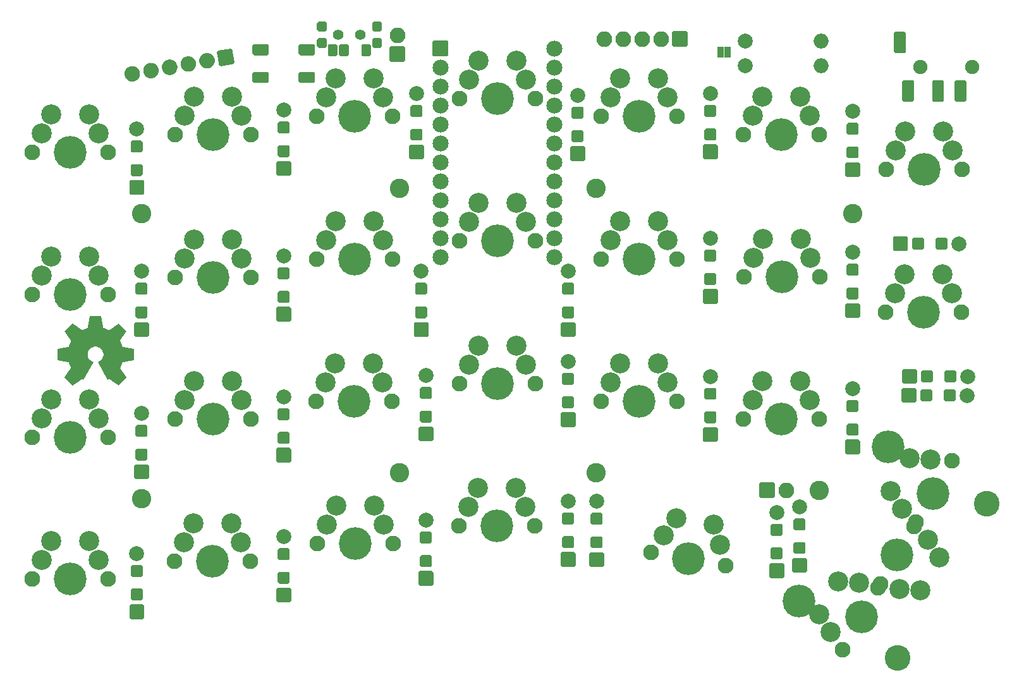
<source format=gbr>
%TF.GenerationSoftware,KiCad,Pcbnew,(5.1.10)-1*%
%TF.CreationDate,2021-10-25T17:00:00-06:00*%
%TF.ProjectId,ErgoTravel,4572676f-5472-4617-9665-6c2e6b696361,rev?*%
%TF.SameCoordinates,Original*%
%TF.FileFunction,Soldermask,Top*%
%TF.FilePolarity,Negative*%
%FSLAX46Y46*%
G04 Gerber Fmt 4.6, Leading zero omitted, Abs format (unit mm)*
G04 Created by KiCad (PCBNEW (5.1.10)-1) date 2021-10-25 17:00:00*
%MOMM*%
%LPD*%
G01*
G04 APERTURE LIST*
%ADD10C,2.101800*%
%ADD11C,2.686000*%
%ADD12C,4.387800*%
%ADD13C,3.448000*%
%ADD14C,2.000000*%
%ADD15C,1.900000*%
%ADD16C,2.152600*%
%ADD17O,2.000000X2.000000*%
%ADD18C,2.600000*%
%ADD19O,2.100000X2.100000*%
%ADD20C,0.100000*%
%ADD21C,1.400000*%
G04 APERTURE END LIST*
D10*
%TO.C,K25*%
X197725698Y-113479428D03*
X192645698Y-122278246D03*
D11*
X199290403Y-115849280D03*
D12*
X195185698Y-117878837D03*
D11*
X198315107Y-122618542D03*
X200855107Y-118219132D03*
X195480403Y-122448394D03*
%TD*%
D13*
%TO.C,H1*%
X207184885Y-111065635D03*
X195284885Y-131677039D03*
D12*
X193986658Y-103445635D03*
X182086658Y-124057039D03*
%TD*%
D10*
%TO.C,K28*%
X197428008Y-114074808D03*
X202508008Y-105275990D03*
D11*
X195863303Y-111704956D03*
D12*
X199968008Y-109675399D03*
D11*
X196838599Y-104935694D03*
X194298599Y-109335104D03*
X199673303Y-105105842D03*
%TD*%
D10*
%TO.C,K27*%
X193657844Y-85377492D03*
X203817844Y-85377492D03*
D11*
X194927844Y-82837492D03*
D12*
X198737844Y-85377492D03*
D11*
X201277844Y-80297492D03*
X196197844Y-80297492D03*
X202547844Y-82837492D03*
%TD*%
D10*
%TO.C,K26*%
X193697978Y-66292754D03*
X203857978Y-66292754D03*
D11*
X194967978Y-63752754D03*
D12*
X198777978Y-66292754D03*
D11*
X201317978Y-61212754D03*
X196237978Y-61212754D03*
X202587978Y-63752754D03*
%TD*%
D10*
%TO.C,K24*%
X187862524Y-130619969D03*
X192942524Y-121821151D03*
D11*
X186297819Y-128250117D03*
D12*
X190402524Y-126220560D03*
D11*
X187273115Y-121480855D03*
X184733115Y-125880265D03*
X190107819Y-121651003D03*
%TD*%
D10*
%TO.C,K23*%
X174605684Y-99666612D03*
X184765684Y-99666612D03*
D11*
X175875684Y-97126612D03*
D12*
X179685684Y-99666612D03*
D11*
X182225684Y-94586612D03*
X177145684Y-94586612D03*
X183495684Y-97126612D03*
%TD*%
D10*
%TO.C,K22*%
X174665222Y-80673990D03*
X184825222Y-80673990D03*
D11*
X175935222Y-78133990D03*
D12*
X179745222Y-80673990D03*
D11*
X182285222Y-75593990D03*
X177205222Y-75593990D03*
X183555222Y-78133990D03*
%TD*%
D10*
%TO.C,K21*%
X174605684Y-61562292D03*
X184765684Y-61562292D03*
D11*
X175875684Y-59022292D03*
D12*
X179685684Y-61562292D03*
D11*
X182225684Y-56482292D03*
X177145684Y-56482292D03*
X183495684Y-59022292D03*
%TD*%
D10*
%TO.C,K20*%
X162239419Y-117538949D03*
X172245065Y-119303215D03*
D11*
X163931191Y-115258071D03*
D12*
X167242242Y-118421082D03*
D11*
X170625786Y-113859325D03*
X165622963Y-112977192D03*
X171435426Y-116581270D03*
%TD*%
D10*
%TO.C,K19*%
X155553524Y-97285092D03*
X165713524Y-97285092D03*
D11*
X156823524Y-94745092D03*
D12*
X160633524Y-97285092D03*
D11*
X163173524Y-92205092D03*
X158093524Y-92205092D03*
X164443524Y-94745092D03*
%TD*%
D10*
%TO.C,K18*%
X155553524Y-78292470D03*
X165713524Y-78292470D03*
D11*
X156823524Y-75752470D03*
D12*
X160633524Y-78292470D03*
D11*
X163173524Y-73212470D03*
X158093524Y-73212470D03*
X164443524Y-75752470D03*
%TD*%
D10*
%TO.C,K17*%
X155553524Y-59180772D03*
X165713524Y-59180772D03*
D11*
X156823524Y-56640772D03*
D12*
X160633524Y-59180772D03*
D11*
X163173524Y-54100772D03*
X158093524Y-54100772D03*
X164443524Y-56640772D03*
%TD*%
D10*
%TO.C,K16*%
X136501364Y-114015270D03*
X146661364Y-114015270D03*
D11*
X137771364Y-111475270D03*
D12*
X141581364Y-114015270D03*
D11*
X144121364Y-108935270D03*
X139041364Y-108935270D03*
X145391364Y-111475270D03*
%TD*%
D10*
%TO.C,K15*%
X136560902Y-94963110D03*
X146720902Y-94963110D03*
D11*
X137830902Y-92423110D03*
D12*
X141640902Y-94963110D03*
D11*
X144180902Y-89883110D03*
X139100902Y-89883110D03*
X145450902Y-92423110D03*
%TD*%
D10*
%TO.C,K14*%
X136541632Y-75851412D03*
X146701632Y-75851412D03*
D11*
X137811632Y-73311412D03*
D12*
X141621632Y-75851412D03*
D11*
X144161632Y-70771412D03*
X139081632Y-70771412D03*
X145431632Y-73311412D03*
%TD*%
D10*
%TO.C,K13*%
X136580172Y-56799252D03*
X146740172Y-56799252D03*
D11*
X137850172Y-54259252D03*
D12*
X141660172Y-56799252D03*
D11*
X144200172Y-51719252D03*
X139120172Y-51719252D03*
X145470172Y-54259252D03*
%TD*%
D10*
%TO.C,K12*%
X117489472Y-116396790D03*
X127649472Y-116396790D03*
D11*
X118759472Y-113856790D03*
D12*
X122569472Y-116396790D03*
D11*
X125109472Y-111316790D03*
X120029472Y-111316790D03*
X126379472Y-113856790D03*
%TD*%
D10*
%TO.C,K11*%
X117389666Y-97285092D03*
X127549666Y-97285092D03*
D11*
X118659666Y-94745092D03*
D12*
X122469666Y-97285092D03*
D11*
X125009666Y-92205092D03*
X119929666Y-92205092D03*
X126279666Y-94745092D03*
%TD*%
D10*
%TO.C,K10*%
X117449204Y-78292470D03*
X127609204Y-78292470D03*
D11*
X118719204Y-75752470D03*
D12*
X122529204Y-78292470D03*
D11*
X125069204Y-73212470D03*
X119989204Y-73212470D03*
X126339204Y-75752470D03*
%TD*%
D10*
%TO.C,K9*%
X117449204Y-59121234D03*
X127609204Y-59121234D03*
D11*
X118719204Y-56581234D03*
D12*
X122529204Y-59121234D03*
D11*
X125069204Y-54041234D03*
X119989204Y-54041234D03*
X126339204Y-56581234D03*
%TD*%
D10*
%TO.C,K8*%
X98397044Y-118778310D03*
X108557044Y-118778310D03*
D11*
X99667044Y-116238310D03*
D12*
X103477044Y-118778310D03*
D11*
X106017044Y-113698310D03*
X100937044Y-113698310D03*
X107287044Y-116238310D03*
%TD*%
D10*
%TO.C,K7*%
X98456582Y-99666612D03*
X108616582Y-99666612D03*
D11*
X99726582Y-97126612D03*
D12*
X103536582Y-99666612D03*
D11*
X106076582Y-94586612D03*
X100996582Y-94586612D03*
X107346582Y-97126612D03*
%TD*%
D10*
%TO.C,K6*%
X98456582Y-80733528D03*
X108616582Y-80733528D03*
D11*
X99726582Y-78193528D03*
D12*
X103536582Y-80733528D03*
D11*
X106076582Y-75653528D03*
X100996582Y-75653528D03*
X107346582Y-78193528D03*
%TD*%
D10*
%TO.C,K5*%
X98456582Y-61621830D03*
X108616582Y-61621830D03*
D11*
X99726582Y-59081830D03*
D12*
X103536582Y-61621830D03*
D11*
X106076582Y-56541830D03*
X100996582Y-56541830D03*
X107346582Y-59081830D03*
%TD*%
D10*
%TO.C,K4*%
X79344884Y-121100292D03*
X89504884Y-121100292D03*
D11*
X80614884Y-118560292D03*
D12*
X84424884Y-121100292D03*
D11*
X86964884Y-116020292D03*
X81884884Y-116020292D03*
X88234884Y-118560292D03*
%TD*%
D10*
%TO.C,K3*%
X79344884Y-102107670D03*
X89504884Y-102107670D03*
D11*
X80614884Y-99567670D03*
D12*
X84424884Y-102107670D03*
D11*
X86964884Y-97027670D03*
X81884884Y-97027670D03*
X88234884Y-99567670D03*
%TD*%
D10*
%TO.C,K2*%
X79344884Y-83055510D03*
X89504884Y-83055510D03*
D11*
X80614884Y-80515510D03*
D12*
X84424884Y-83055510D03*
D11*
X86964884Y-77975510D03*
X81884884Y-77975510D03*
X88234884Y-80515510D03*
%TD*%
D10*
%TO.C,K1*%
X79364288Y-63943812D03*
X89524288Y-63943812D03*
D11*
X80634288Y-61403812D03*
D12*
X84444288Y-63943812D03*
D11*
X86984288Y-58863812D03*
X81904288Y-58863812D03*
X88254288Y-61403812D03*
%TD*%
%TO.C,D1*%
G36*
G01*
X93945000Y-63995000D02*
X92745000Y-63995000D01*
G75*
G02*
X92545000Y-63795000I0J200000D01*
G01*
X92545000Y-62595000D01*
G75*
G02*
X92745000Y-62395000I200000J0D01*
G01*
X93945000Y-62395000D01*
G75*
G02*
X94145000Y-62595000I0J-200000D01*
G01*
X94145000Y-63795000D01*
G75*
G02*
X93945000Y-63995000I-200000J0D01*
G01*
G37*
G36*
G01*
X93945000Y-67145000D02*
X92745000Y-67145000D01*
G75*
G02*
X92545000Y-66945000I0J200000D01*
G01*
X92545000Y-65745000D01*
G75*
G02*
X92745000Y-65545000I200000J0D01*
G01*
X93945000Y-65545000D01*
G75*
G02*
X94145000Y-65745000I0J-200000D01*
G01*
X94145000Y-66945000D01*
G75*
G02*
X93945000Y-67145000I-200000J0D01*
G01*
G37*
G36*
G01*
X94145000Y-69670000D02*
X92545000Y-69670000D01*
G75*
G02*
X92345000Y-69470000I0J200000D01*
G01*
X92345000Y-67870000D01*
G75*
G02*
X92545000Y-67670000I200000J0D01*
G01*
X94145000Y-67670000D01*
G75*
G02*
X94345000Y-67870000I0J-200000D01*
G01*
X94345000Y-69470000D01*
G75*
G02*
X94145000Y-69670000I-200000J0D01*
G01*
G37*
D14*
X93345000Y-60870000D03*
%TD*%
%TO.C,D2*%
G36*
G01*
X94580000Y-83045000D02*
X93380000Y-83045000D01*
G75*
G02*
X93180000Y-82845000I0J200000D01*
G01*
X93180000Y-81645000D01*
G75*
G02*
X93380000Y-81445000I200000J0D01*
G01*
X94580000Y-81445000D01*
G75*
G02*
X94780000Y-81645000I0J-200000D01*
G01*
X94780000Y-82845000D01*
G75*
G02*
X94580000Y-83045000I-200000J0D01*
G01*
G37*
G36*
G01*
X94580000Y-86195000D02*
X93380000Y-86195000D01*
G75*
G02*
X93180000Y-85995000I0J200000D01*
G01*
X93180000Y-84795000D01*
G75*
G02*
X93380000Y-84595000I200000J0D01*
G01*
X94580000Y-84595000D01*
G75*
G02*
X94780000Y-84795000I0J-200000D01*
G01*
X94780000Y-85995000D01*
G75*
G02*
X94580000Y-86195000I-200000J0D01*
G01*
G37*
G36*
G01*
X94780000Y-88720000D02*
X93180000Y-88720000D01*
G75*
G02*
X92980000Y-88520000I0J200000D01*
G01*
X92980000Y-86920000D01*
G75*
G02*
X93180000Y-86720000I200000J0D01*
G01*
X94780000Y-86720000D01*
G75*
G02*
X94980000Y-86920000I0J-200000D01*
G01*
X94980000Y-88520000D01*
G75*
G02*
X94780000Y-88720000I-200000J0D01*
G01*
G37*
X93980000Y-79920000D03*
%TD*%
%TO.C,D3*%
G36*
G01*
X94580000Y-102095000D02*
X93380000Y-102095000D01*
G75*
G02*
X93180000Y-101895000I0J200000D01*
G01*
X93180000Y-100695000D01*
G75*
G02*
X93380000Y-100495000I200000J0D01*
G01*
X94580000Y-100495000D01*
G75*
G02*
X94780000Y-100695000I0J-200000D01*
G01*
X94780000Y-101895000D01*
G75*
G02*
X94580000Y-102095000I-200000J0D01*
G01*
G37*
G36*
G01*
X94580000Y-105245000D02*
X93380000Y-105245000D01*
G75*
G02*
X93180000Y-105045000I0J200000D01*
G01*
X93180000Y-103845000D01*
G75*
G02*
X93380000Y-103645000I200000J0D01*
G01*
X94580000Y-103645000D01*
G75*
G02*
X94780000Y-103845000I0J-200000D01*
G01*
X94780000Y-105045000D01*
G75*
G02*
X94580000Y-105245000I-200000J0D01*
G01*
G37*
G36*
G01*
X94780000Y-107770000D02*
X93180000Y-107770000D01*
G75*
G02*
X92980000Y-107570000I0J200000D01*
G01*
X92980000Y-105970000D01*
G75*
G02*
X93180000Y-105770000I200000J0D01*
G01*
X94780000Y-105770000D01*
G75*
G02*
X94980000Y-105970000I0J-200000D01*
G01*
X94980000Y-107570000D01*
G75*
G02*
X94780000Y-107770000I-200000J0D01*
G01*
G37*
X93980000Y-98970000D03*
%TD*%
%TO.C,D4*%
G36*
G01*
X93945000Y-120840000D02*
X92745000Y-120840000D01*
G75*
G02*
X92545000Y-120640000I0J200000D01*
G01*
X92545000Y-119440000D01*
G75*
G02*
X92745000Y-119240000I200000J0D01*
G01*
X93945000Y-119240000D01*
G75*
G02*
X94145000Y-119440000I0J-200000D01*
G01*
X94145000Y-120640000D01*
G75*
G02*
X93945000Y-120840000I-200000J0D01*
G01*
G37*
G36*
G01*
X93945000Y-123990000D02*
X92745000Y-123990000D01*
G75*
G02*
X92545000Y-123790000I0J200000D01*
G01*
X92545000Y-122590000D01*
G75*
G02*
X92745000Y-122390000I200000J0D01*
G01*
X93945000Y-122390000D01*
G75*
G02*
X94145000Y-122590000I0J-200000D01*
G01*
X94145000Y-123790000D01*
G75*
G02*
X93945000Y-123990000I-200000J0D01*
G01*
G37*
G36*
G01*
X94145000Y-126515000D02*
X92545000Y-126515000D01*
G75*
G02*
X92345000Y-126315000I0J200000D01*
G01*
X92345000Y-124715000D01*
G75*
G02*
X92545000Y-124515000I200000J0D01*
G01*
X94145000Y-124515000D01*
G75*
G02*
X94345000Y-124715000I0J-200000D01*
G01*
X94345000Y-126315000D01*
G75*
G02*
X94145000Y-126515000I-200000J0D01*
G01*
G37*
X93345000Y-117715000D03*
%TD*%
%TO.C,D5*%
G36*
G01*
X113630000Y-61455000D02*
X112430000Y-61455000D01*
G75*
G02*
X112230000Y-61255000I0J200000D01*
G01*
X112230000Y-60055000D01*
G75*
G02*
X112430000Y-59855000I200000J0D01*
G01*
X113630000Y-59855000D01*
G75*
G02*
X113830000Y-60055000I0J-200000D01*
G01*
X113830000Y-61255000D01*
G75*
G02*
X113630000Y-61455000I-200000J0D01*
G01*
G37*
G36*
G01*
X113630000Y-64605000D02*
X112430000Y-64605000D01*
G75*
G02*
X112230000Y-64405000I0J200000D01*
G01*
X112230000Y-63205000D01*
G75*
G02*
X112430000Y-63005000I200000J0D01*
G01*
X113630000Y-63005000D01*
G75*
G02*
X113830000Y-63205000I0J-200000D01*
G01*
X113830000Y-64405000D01*
G75*
G02*
X113630000Y-64605000I-200000J0D01*
G01*
G37*
G36*
G01*
X113830000Y-67130000D02*
X112230000Y-67130000D01*
G75*
G02*
X112030000Y-66930000I0J200000D01*
G01*
X112030000Y-65330000D01*
G75*
G02*
X112230000Y-65130000I200000J0D01*
G01*
X113830000Y-65130000D01*
G75*
G02*
X114030000Y-65330000I0J-200000D01*
G01*
X114030000Y-66930000D01*
G75*
G02*
X113830000Y-67130000I-200000J0D01*
G01*
G37*
X113030000Y-58330000D03*
%TD*%
%TO.C,D6*%
G36*
G01*
X113630000Y-80980000D02*
X112430000Y-80980000D01*
G75*
G02*
X112230000Y-80780000I0J200000D01*
G01*
X112230000Y-79580000D01*
G75*
G02*
X112430000Y-79380000I200000J0D01*
G01*
X113630000Y-79380000D01*
G75*
G02*
X113830000Y-79580000I0J-200000D01*
G01*
X113830000Y-80780000D01*
G75*
G02*
X113630000Y-80980000I-200000J0D01*
G01*
G37*
G36*
G01*
X113630000Y-84130000D02*
X112430000Y-84130000D01*
G75*
G02*
X112230000Y-83930000I0J200000D01*
G01*
X112230000Y-82730000D01*
G75*
G02*
X112430000Y-82530000I200000J0D01*
G01*
X113630000Y-82530000D01*
G75*
G02*
X113830000Y-82730000I0J-200000D01*
G01*
X113830000Y-83930000D01*
G75*
G02*
X113630000Y-84130000I-200000J0D01*
G01*
G37*
G36*
G01*
X113830000Y-86655000D02*
X112230000Y-86655000D01*
G75*
G02*
X112030000Y-86455000I0J200000D01*
G01*
X112030000Y-84855000D01*
G75*
G02*
X112230000Y-84655000I200000J0D01*
G01*
X113830000Y-84655000D01*
G75*
G02*
X114030000Y-84855000I0J-200000D01*
G01*
X114030000Y-86455000D01*
G75*
G02*
X113830000Y-86655000I-200000J0D01*
G01*
G37*
X113030000Y-77855000D03*
%TD*%
%TO.C,D7*%
G36*
G01*
X113630000Y-99860000D02*
X112430000Y-99860000D01*
G75*
G02*
X112230000Y-99660000I0J200000D01*
G01*
X112230000Y-98460000D01*
G75*
G02*
X112430000Y-98260000I200000J0D01*
G01*
X113630000Y-98260000D01*
G75*
G02*
X113830000Y-98460000I0J-200000D01*
G01*
X113830000Y-99660000D01*
G75*
G02*
X113630000Y-99860000I-200000J0D01*
G01*
G37*
G36*
G01*
X113630000Y-103010000D02*
X112430000Y-103010000D01*
G75*
G02*
X112230000Y-102810000I0J200000D01*
G01*
X112230000Y-101610000D01*
G75*
G02*
X112430000Y-101410000I200000J0D01*
G01*
X113630000Y-101410000D01*
G75*
G02*
X113830000Y-101610000I0J-200000D01*
G01*
X113830000Y-102810000D01*
G75*
G02*
X113630000Y-103010000I-200000J0D01*
G01*
G37*
G36*
G01*
X113830000Y-105535000D02*
X112230000Y-105535000D01*
G75*
G02*
X112030000Y-105335000I0J200000D01*
G01*
X112030000Y-103735000D01*
G75*
G02*
X112230000Y-103535000I200000J0D01*
G01*
X113830000Y-103535000D01*
G75*
G02*
X114030000Y-103735000I0J-200000D01*
G01*
X114030000Y-105335000D01*
G75*
G02*
X113830000Y-105535000I-200000J0D01*
G01*
G37*
X113030000Y-96735000D03*
%TD*%
%TO.C,D8*%
G36*
G01*
X113630000Y-118605000D02*
X112430000Y-118605000D01*
G75*
G02*
X112230000Y-118405000I0J200000D01*
G01*
X112230000Y-117205000D01*
G75*
G02*
X112430000Y-117005000I200000J0D01*
G01*
X113630000Y-117005000D01*
G75*
G02*
X113830000Y-117205000I0J-200000D01*
G01*
X113830000Y-118405000D01*
G75*
G02*
X113630000Y-118605000I-200000J0D01*
G01*
G37*
G36*
G01*
X113630000Y-121755000D02*
X112430000Y-121755000D01*
G75*
G02*
X112230000Y-121555000I0J200000D01*
G01*
X112230000Y-120355000D01*
G75*
G02*
X112430000Y-120155000I200000J0D01*
G01*
X113630000Y-120155000D01*
G75*
G02*
X113830000Y-120355000I0J-200000D01*
G01*
X113830000Y-121555000D01*
G75*
G02*
X113630000Y-121755000I-200000J0D01*
G01*
G37*
G36*
G01*
X113830000Y-124280000D02*
X112230000Y-124280000D01*
G75*
G02*
X112030000Y-124080000I0J200000D01*
G01*
X112030000Y-122480000D01*
G75*
G02*
X112230000Y-122280000I200000J0D01*
G01*
X113830000Y-122280000D01*
G75*
G02*
X114030000Y-122480000I0J-200000D01*
G01*
X114030000Y-124080000D01*
G75*
G02*
X113830000Y-124280000I-200000J0D01*
G01*
G37*
X113030000Y-115480000D03*
%TD*%
%TO.C,D9*%
G36*
G01*
X131410000Y-59245000D02*
X130210000Y-59245000D01*
G75*
G02*
X130010000Y-59045000I0J200000D01*
G01*
X130010000Y-57845000D01*
G75*
G02*
X130210000Y-57645000I200000J0D01*
G01*
X131410000Y-57645000D01*
G75*
G02*
X131610000Y-57845000I0J-200000D01*
G01*
X131610000Y-59045000D01*
G75*
G02*
X131410000Y-59245000I-200000J0D01*
G01*
G37*
G36*
G01*
X131410000Y-62395000D02*
X130210000Y-62395000D01*
G75*
G02*
X130010000Y-62195000I0J200000D01*
G01*
X130010000Y-60995000D01*
G75*
G02*
X130210000Y-60795000I200000J0D01*
G01*
X131410000Y-60795000D01*
G75*
G02*
X131610000Y-60995000I0J-200000D01*
G01*
X131610000Y-62195000D01*
G75*
G02*
X131410000Y-62395000I-200000J0D01*
G01*
G37*
G36*
G01*
X131610000Y-64920000D02*
X130010000Y-64920000D01*
G75*
G02*
X129810000Y-64720000I0J200000D01*
G01*
X129810000Y-63120000D01*
G75*
G02*
X130010000Y-62920000I200000J0D01*
G01*
X131610000Y-62920000D01*
G75*
G02*
X131810000Y-63120000I0J-200000D01*
G01*
X131810000Y-64720000D01*
G75*
G02*
X131610000Y-64920000I-200000J0D01*
G01*
G37*
X130810000Y-56120000D03*
%TD*%
%TO.C,D10*%
G36*
G01*
X132045000Y-83045000D02*
X130845000Y-83045000D01*
G75*
G02*
X130645000Y-82845000I0J200000D01*
G01*
X130645000Y-81645000D01*
G75*
G02*
X130845000Y-81445000I200000J0D01*
G01*
X132045000Y-81445000D01*
G75*
G02*
X132245000Y-81645000I0J-200000D01*
G01*
X132245000Y-82845000D01*
G75*
G02*
X132045000Y-83045000I-200000J0D01*
G01*
G37*
G36*
G01*
X132045000Y-86195000D02*
X130845000Y-86195000D01*
G75*
G02*
X130645000Y-85995000I0J200000D01*
G01*
X130645000Y-84795000D01*
G75*
G02*
X130845000Y-84595000I200000J0D01*
G01*
X132045000Y-84595000D01*
G75*
G02*
X132245000Y-84795000I0J-200000D01*
G01*
X132245000Y-85995000D01*
G75*
G02*
X132045000Y-86195000I-200000J0D01*
G01*
G37*
G36*
G01*
X132245000Y-88720000D02*
X130645000Y-88720000D01*
G75*
G02*
X130445000Y-88520000I0J200000D01*
G01*
X130445000Y-86920000D01*
G75*
G02*
X130645000Y-86720000I200000J0D01*
G01*
X132245000Y-86720000D01*
G75*
G02*
X132445000Y-86920000I0J-200000D01*
G01*
X132445000Y-88520000D01*
G75*
G02*
X132245000Y-88720000I-200000J0D01*
G01*
G37*
X131445000Y-79920000D03*
%TD*%
%TO.C,D11*%
G36*
G01*
X132680000Y-97015000D02*
X131480000Y-97015000D01*
G75*
G02*
X131280000Y-96815000I0J200000D01*
G01*
X131280000Y-95615000D01*
G75*
G02*
X131480000Y-95415000I200000J0D01*
G01*
X132680000Y-95415000D01*
G75*
G02*
X132880000Y-95615000I0J-200000D01*
G01*
X132880000Y-96815000D01*
G75*
G02*
X132680000Y-97015000I-200000J0D01*
G01*
G37*
G36*
G01*
X132680000Y-100165000D02*
X131480000Y-100165000D01*
G75*
G02*
X131280000Y-99965000I0J200000D01*
G01*
X131280000Y-98765000D01*
G75*
G02*
X131480000Y-98565000I200000J0D01*
G01*
X132680000Y-98565000D01*
G75*
G02*
X132880000Y-98765000I0J-200000D01*
G01*
X132880000Y-99965000D01*
G75*
G02*
X132680000Y-100165000I-200000J0D01*
G01*
G37*
G36*
G01*
X132880000Y-102690000D02*
X131280000Y-102690000D01*
G75*
G02*
X131080000Y-102490000I0J200000D01*
G01*
X131080000Y-100890000D01*
G75*
G02*
X131280000Y-100690000I200000J0D01*
G01*
X132880000Y-100690000D01*
G75*
G02*
X133080000Y-100890000I0J-200000D01*
G01*
X133080000Y-102490000D01*
G75*
G02*
X132880000Y-102690000I-200000J0D01*
G01*
G37*
X132080000Y-93890000D03*
%TD*%
%TO.C,D12*%
G36*
G01*
X132680000Y-116370000D02*
X131480000Y-116370000D01*
G75*
G02*
X131280000Y-116170000I0J200000D01*
G01*
X131280000Y-114970000D01*
G75*
G02*
X131480000Y-114770000I200000J0D01*
G01*
X132680000Y-114770000D01*
G75*
G02*
X132880000Y-114970000I0J-200000D01*
G01*
X132880000Y-116170000D01*
G75*
G02*
X132680000Y-116370000I-200000J0D01*
G01*
G37*
G36*
G01*
X132680000Y-119520000D02*
X131480000Y-119520000D01*
G75*
G02*
X131280000Y-119320000I0J200000D01*
G01*
X131280000Y-118120000D01*
G75*
G02*
X131480000Y-117920000I200000J0D01*
G01*
X132680000Y-117920000D01*
G75*
G02*
X132880000Y-118120000I0J-200000D01*
G01*
X132880000Y-119320000D01*
G75*
G02*
X132680000Y-119520000I-200000J0D01*
G01*
G37*
G36*
G01*
X132880000Y-122045000D02*
X131280000Y-122045000D01*
G75*
G02*
X131080000Y-121845000I0J200000D01*
G01*
X131080000Y-120245000D01*
G75*
G02*
X131280000Y-120045000I200000J0D01*
G01*
X132880000Y-120045000D01*
G75*
G02*
X133080000Y-120245000I0J-200000D01*
G01*
X133080000Y-121845000D01*
G75*
G02*
X132880000Y-122045000I-200000J0D01*
G01*
G37*
X132080000Y-113245000D03*
%TD*%
%TO.C,D13*%
G36*
G01*
X153000000Y-59460000D02*
X151800000Y-59460000D01*
G75*
G02*
X151600000Y-59260000I0J200000D01*
G01*
X151600000Y-58060000D01*
G75*
G02*
X151800000Y-57860000I200000J0D01*
G01*
X153000000Y-57860000D01*
G75*
G02*
X153200000Y-58060000I0J-200000D01*
G01*
X153200000Y-59260000D01*
G75*
G02*
X153000000Y-59460000I-200000J0D01*
G01*
G37*
G36*
G01*
X153000000Y-62610000D02*
X151800000Y-62610000D01*
G75*
G02*
X151600000Y-62410000I0J200000D01*
G01*
X151600000Y-61210000D01*
G75*
G02*
X151800000Y-61010000I200000J0D01*
G01*
X153000000Y-61010000D01*
G75*
G02*
X153200000Y-61210000I0J-200000D01*
G01*
X153200000Y-62410000D01*
G75*
G02*
X153000000Y-62610000I-200000J0D01*
G01*
G37*
G36*
G01*
X153200000Y-65135000D02*
X151600000Y-65135000D01*
G75*
G02*
X151400000Y-64935000I0J200000D01*
G01*
X151400000Y-63335000D01*
G75*
G02*
X151600000Y-63135000I200000J0D01*
G01*
X153200000Y-63135000D01*
G75*
G02*
X153400000Y-63335000I0J-200000D01*
G01*
X153400000Y-64935000D01*
G75*
G02*
X153200000Y-65135000I-200000J0D01*
G01*
G37*
X152400000Y-56335000D03*
%TD*%
%TO.C,D14*%
G36*
G01*
X151730000Y-83045000D02*
X150530000Y-83045000D01*
G75*
G02*
X150330000Y-82845000I0J200000D01*
G01*
X150330000Y-81645000D01*
G75*
G02*
X150530000Y-81445000I200000J0D01*
G01*
X151730000Y-81445000D01*
G75*
G02*
X151930000Y-81645000I0J-200000D01*
G01*
X151930000Y-82845000D01*
G75*
G02*
X151730000Y-83045000I-200000J0D01*
G01*
G37*
G36*
G01*
X151730000Y-86195000D02*
X150530000Y-86195000D01*
G75*
G02*
X150330000Y-85995000I0J200000D01*
G01*
X150330000Y-84795000D01*
G75*
G02*
X150530000Y-84595000I200000J0D01*
G01*
X151730000Y-84595000D01*
G75*
G02*
X151930000Y-84795000I0J-200000D01*
G01*
X151930000Y-85995000D01*
G75*
G02*
X151730000Y-86195000I-200000J0D01*
G01*
G37*
G36*
G01*
X151930000Y-88720000D02*
X150330000Y-88720000D01*
G75*
G02*
X150130000Y-88520000I0J200000D01*
G01*
X150130000Y-86920000D01*
G75*
G02*
X150330000Y-86720000I200000J0D01*
G01*
X151930000Y-86720000D01*
G75*
G02*
X152130000Y-86920000I0J-200000D01*
G01*
X152130000Y-88520000D01*
G75*
G02*
X151930000Y-88720000I-200000J0D01*
G01*
G37*
X151130000Y-79920000D03*
%TD*%
%TO.C,D15*%
G36*
G01*
X151730000Y-95110000D02*
X150530000Y-95110000D01*
G75*
G02*
X150330000Y-94910000I0J200000D01*
G01*
X150330000Y-93710000D01*
G75*
G02*
X150530000Y-93510000I200000J0D01*
G01*
X151730000Y-93510000D01*
G75*
G02*
X151930000Y-93710000I0J-200000D01*
G01*
X151930000Y-94910000D01*
G75*
G02*
X151730000Y-95110000I-200000J0D01*
G01*
G37*
G36*
G01*
X151730000Y-98260000D02*
X150530000Y-98260000D01*
G75*
G02*
X150330000Y-98060000I0J200000D01*
G01*
X150330000Y-96860000D01*
G75*
G02*
X150530000Y-96660000I200000J0D01*
G01*
X151730000Y-96660000D01*
G75*
G02*
X151930000Y-96860000I0J-200000D01*
G01*
X151930000Y-98060000D01*
G75*
G02*
X151730000Y-98260000I-200000J0D01*
G01*
G37*
G36*
G01*
X151930000Y-100785000D02*
X150330000Y-100785000D01*
G75*
G02*
X150130000Y-100585000I0J200000D01*
G01*
X150130000Y-98985000D01*
G75*
G02*
X150330000Y-98785000I200000J0D01*
G01*
X151930000Y-98785000D01*
G75*
G02*
X152130000Y-98985000I0J-200000D01*
G01*
X152130000Y-100585000D01*
G75*
G02*
X151930000Y-100785000I-200000J0D01*
G01*
G37*
X151130000Y-91985000D03*
%TD*%
%TO.C,D16*%
G36*
G01*
X151730000Y-113830000D02*
X150530000Y-113830000D01*
G75*
G02*
X150330000Y-113630000I0J200000D01*
G01*
X150330000Y-112430000D01*
G75*
G02*
X150530000Y-112230000I200000J0D01*
G01*
X151730000Y-112230000D01*
G75*
G02*
X151930000Y-112430000I0J-200000D01*
G01*
X151930000Y-113630000D01*
G75*
G02*
X151730000Y-113830000I-200000J0D01*
G01*
G37*
G36*
G01*
X151730000Y-116980000D02*
X150530000Y-116980000D01*
G75*
G02*
X150330000Y-116780000I0J200000D01*
G01*
X150330000Y-115580000D01*
G75*
G02*
X150530000Y-115380000I200000J0D01*
G01*
X151730000Y-115380000D01*
G75*
G02*
X151930000Y-115580000I0J-200000D01*
G01*
X151930000Y-116780000D01*
G75*
G02*
X151730000Y-116980000I-200000J0D01*
G01*
G37*
G36*
G01*
X151930000Y-119505000D02*
X150330000Y-119505000D01*
G75*
G02*
X150130000Y-119305000I0J200000D01*
G01*
X150130000Y-117705000D01*
G75*
G02*
X150330000Y-117505000I200000J0D01*
G01*
X151930000Y-117505000D01*
G75*
G02*
X152130000Y-117705000I0J-200000D01*
G01*
X152130000Y-119305000D01*
G75*
G02*
X151930000Y-119505000I-200000J0D01*
G01*
G37*
X151130000Y-110705000D03*
%TD*%
%TO.C,D17*%
G36*
G01*
X170780000Y-59220000D02*
X169580000Y-59220000D01*
G75*
G02*
X169380000Y-59020000I0J200000D01*
G01*
X169380000Y-57820000D01*
G75*
G02*
X169580000Y-57620000I200000J0D01*
G01*
X170780000Y-57620000D01*
G75*
G02*
X170980000Y-57820000I0J-200000D01*
G01*
X170980000Y-59020000D01*
G75*
G02*
X170780000Y-59220000I-200000J0D01*
G01*
G37*
G36*
G01*
X170780000Y-62370000D02*
X169580000Y-62370000D01*
G75*
G02*
X169380000Y-62170000I0J200000D01*
G01*
X169380000Y-60970000D01*
G75*
G02*
X169580000Y-60770000I200000J0D01*
G01*
X170780000Y-60770000D01*
G75*
G02*
X170980000Y-60970000I0J-200000D01*
G01*
X170980000Y-62170000D01*
G75*
G02*
X170780000Y-62370000I-200000J0D01*
G01*
G37*
G36*
G01*
X170980000Y-64895000D02*
X169380000Y-64895000D01*
G75*
G02*
X169180000Y-64695000I0J200000D01*
G01*
X169180000Y-63095000D01*
G75*
G02*
X169380000Y-62895000I200000J0D01*
G01*
X170980000Y-62895000D01*
G75*
G02*
X171180000Y-63095000I0J-200000D01*
G01*
X171180000Y-64695000D01*
G75*
G02*
X170980000Y-64895000I-200000J0D01*
G01*
G37*
X170180000Y-56095000D03*
%TD*%
%TO.C,D18*%
G36*
G01*
X170780000Y-78600000D02*
X169580000Y-78600000D01*
G75*
G02*
X169380000Y-78400000I0J200000D01*
G01*
X169380000Y-77200000D01*
G75*
G02*
X169580000Y-77000000I200000J0D01*
G01*
X170780000Y-77000000D01*
G75*
G02*
X170980000Y-77200000I0J-200000D01*
G01*
X170980000Y-78400000D01*
G75*
G02*
X170780000Y-78600000I-200000J0D01*
G01*
G37*
G36*
G01*
X170780000Y-81750000D02*
X169580000Y-81750000D01*
G75*
G02*
X169380000Y-81550000I0J200000D01*
G01*
X169380000Y-80350000D01*
G75*
G02*
X169580000Y-80150000I200000J0D01*
G01*
X170780000Y-80150000D01*
G75*
G02*
X170980000Y-80350000I0J-200000D01*
G01*
X170980000Y-81550000D01*
G75*
G02*
X170780000Y-81750000I-200000J0D01*
G01*
G37*
G36*
G01*
X170980000Y-84275000D02*
X169380000Y-84275000D01*
G75*
G02*
X169180000Y-84075000I0J200000D01*
G01*
X169180000Y-82475000D01*
G75*
G02*
X169380000Y-82275000I200000J0D01*
G01*
X170980000Y-82275000D01*
G75*
G02*
X171180000Y-82475000I0J-200000D01*
G01*
X171180000Y-84075000D01*
G75*
G02*
X170980000Y-84275000I-200000J0D01*
G01*
G37*
X170180000Y-75475000D03*
%TD*%
%TO.C,D19*%
G36*
G01*
X170780000Y-97105000D02*
X169580000Y-97105000D01*
G75*
G02*
X169380000Y-96905000I0J200000D01*
G01*
X169380000Y-95705000D01*
G75*
G02*
X169580000Y-95505000I200000J0D01*
G01*
X170780000Y-95505000D01*
G75*
G02*
X170980000Y-95705000I0J-200000D01*
G01*
X170980000Y-96905000D01*
G75*
G02*
X170780000Y-97105000I-200000J0D01*
G01*
G37*
G36*
G01*
X170780000Y-100255000D02*
X169580000Y-100255000D01*
G75*
G02*
X169380000Y-100055000I0J200000D01*
G01*
X169380000Y-98855000D01*
G75*
G02*
X169580000Y-98655000I200000J0D01*
G01*
X170780000Y-98655000D01*
G75*
G02*
X170980000Y-98855000I0J-200000D01*
G01*
X170980000Y-100055000D01*
G75*
G02*
X170780000Y-100255000I-200000J0D01*
G01*
G37*
G36*
G01*
X170980000Y-102780000D02*
X169380000Y-102780000D01*
G75*
G02*
X169180000Y-102580000I0J200000D01*
G01*
X169180000Y-100980000D01*
G75*
G02*
X169380000Y-100780000I200000J0D01*
G01*
X170980000Y-100780000D01*
G75*
G02*
X171180000Y-100980000I0J-200000D01*
G01*
X171180000Y-102580000D01*
G75*
G02*
X170980000Y-102780000I-200000J0D01*
G01*
G37*
X170180000Y-93980000D03*
%TD*%
%TO.C,D20*%
G36*
G01*
X179670000Y-115340000D02*
X178470000Y-115340000D01*
G75*
G02*
X178270000Y-115140000I0J200000D01*
G01*
X178270000Y-113940000D01*
G75*
G02*
X178470000Y-113740000I200000J0D01*
G01*
X179670000Y-113740000D01*
G75*
G02*
X179870000Y-113940000I0J-200000D01*
G01*
X179870000Y-115140000D01*
G75*
G02*
X179670000Y-115340000I-200000J0D01*
G01*
G37*
G36*
G01*
X179670000Y-118490000D02*
X178470000Y-118490000D01*
G75*
G02*
X178270000Y-118290000I0J200000D01*
G01*
X178270000Y-117090000D01*
G75*
G02*
X178470000Y-116890000I200000J0D01*
G01*
X179670000Y-116890000D01*
G75*
G02*
X179870000Y-117090000I0J-200000D01*
G01*
X179870000Y-118290000D01*
G75*
G02*
X179670000Y-118490000I-200000J0D01*
G01*
G37*
G36*
G01*
X179870000Y-121015000D02*
X178270000Y-121015000D01*
G75*
G02*
X178070000Y-120815000I0J200000D01*
G01*
X178070000Y-119215000D01*
G75*
G02*
X178270000Y-119015000I200000J0D01*
G01*
X179870000Y-119015000D01*
G75*
G02*
X180070000Y-119215000I0J-200000D01*
G01*
X180070000Y-120815000D01*
G75*
G02*
X179870000Y-121015000I-200000J0D01*
G01*
G37*
X179070000Y-112215000D03*
%TD*%
%TO.C,D21*%
G36*
G01*
X189830000Y-61615000D02*
X188630000Y-61615000D01*
G75*
G02*
X188430000Y-61415000I0J200000D01*
G01*
X188430000Y-60215000D01*
G75*
G02*
X188630000Y-60015000I200000J0D01*
G01*
X189830000Y-60015000D01*
G75*
G02*
X190030000Y-60215000I0J-200000D01*
G01*
X190030000Y-61415000D01*
G75*
G02*
X189830000Y-61615000I-200000J0D01*
G01*
G37*
G36*
G01*
X189830000Y-64765000D02*
X188630000Y-64765000D01*
G75*
G02*
X188430000Y-64565000I0J200000D01*
G01*
X188430000Y-63365000D01*
G75*
G02*
X188630000Y-63165000I200000J0D01*
G01*
X189830000Y-63165000D01*
G75*
G02*
X190030000Y-63365000I0J-200000D01*
G01*
X190030000Y-64565000D01*
G75*
G02*
X189830000Y-64765000I-200000J0D01*
G01*
G37*
G36*
G01*
X190030000Y-67290000D02*
X188430000Y-67290000D01*
G75*
G02*
X188230000Y-67090000I0J200000D01*
G01*
X188230000Y-65490000D01*
G75*
G02*
X188430000Y-65290000I200000J0D01*
G01*
X190030000Y-65290000D01*
G75*
G02*
X190230000Y-65490000I0J-200000D01*
G01*
X190230000Y-67090000D01*
G75*
G02*
X190030000Y-67290000I-200000J0D01*
G01*
G37*
X189230000Y-58490000D03*
%TD*%
%TO.C,D22*%
G36*
G01*
X189830000Y-80505000D02*
X188630000Y-80505000D01*
G75*
G02*
X188430000Y-80305000I0J200000D01*
G01*
X188430000Y-79105000D01*
G75*
G02*
X188630000Y-78905000I200000J0D01*
G01*
X189830000Y-78905000D01*
G75*
G02*
X190030000Y-79105000I0J-200000D01*
G01*
X190030000Y-80305000D01*
G75*
G02*
X189830000Y-80505000I-200000J0D01*
G01*
G37*
G36*
G01*
X189830000Y-83655000D02*
X188630000Y-83655000D01*
G75*
G02*
X188430000Y-83455000I0J200000D01*
G01*
X188430000Y-82255000D01*
G75*
G02*
X188630000Y-82055000I200000J0D01*
G01*
X189830000Y-82055000D01*
G75*
G02*
X190030000Y-82255000I0J-200000D01*
G01*
X190030000Y-83455000D01*
G75*
G02*
X189830000Y-83655000I-200000J0D01*
G01*
G37*
G36*
G01*
X190030000Y-86180000D02*
X188430000Y-86180000D01*
G75*
G02*
X188230000Y-85980000I0J200000D01*
G01*
X188230000Y-84380000D01*
G75*
G02*
X188430000Y-84180000I200000J0D01*
G01*
X190030000Y-84180000D01*
G75*
G02*
X190230000Y-84380000I0J-200000D01*
G01*
X190230000Y-85980000D01*
G75*
G02*
X190030000Y-86180000I-200000J0D01*
G01*
G37*
X189230000Y-77380000D03*
%TD*%
%TO.C,D23*%
G36*
G01*
X189830000Y-98760000D02*
X188630000Y-98760000D01*
G75*
G02*
X188430000Y-98560000I0J200000D01*
G01*
X188430000Y-97360000D01*
G75*
G02*
X188630000Y-97160000I200000J0D01*
G01*
X189830000Y-97160000D01*
G75*
G02*
X190030000Y-97360000I0J-200000D01*
G01*
X190030000Y-98560000D01*
G75*
G02*
X189830000Y-98760000I-200000J0D01*
G01*
G37*
G36*
G01*
X189830000Y-101910000D02*
X188630000Y-101910000D01*
G75*
G02*
X188430000Y-101710000I0J200000D01*
G01*
X188430000Y-100510000D01*
G75*
G02*
X188630000Y-100310000I200000J0D01*
G01*
X189830000Y-100310000D01*
G75*
G02*
X190030000Y-100510000I0J-200000D01*
G01*
X190030000Y-101710000D01*
G75*
G02*
X189830000Y-101910000I-200000J0D01*
G01*
G37*
G36*
G01*
X190030000Y-104435000D02*
X188430000Y-104435000D01*
G75*
G02*
X188230000Y-104235000I0J200000D01*
G01*
X188230000Y-102635000D01*
G75*
G02*
X188430000Y-102435000I200000J0D01*
G01*
X190030000Y-102435000D01*
G75*
G02*
X190230000Y-102635000I0J-200000D01*
G01*
X190230000Y-104235000D01*
G75*
G02*
X190030000Y-104435000I-200000J0D01*
G01*
G37*
X189230000Y-95635000D03*
%TD*%
%TO.C,D24*%
G36*
G01*
X182718000Y-114617000D02*
X181518000Y-114617000D01*
G75*
G02*
X181318000Y-114417000I0J200000D01*
G01*
X181318000Y-113217000D01*
G75*
G02*
X181518000Y-113017000I200000J0D01*
G01*
X182718000Y-113017000D01*
G75*
G02*
X182918000Y-113217000I0J-200000D01*
G01*
X182918000Y-114417000D01*
G75*
G02*
X182718000Y-114617000I-200000J0D01*
G01*
G37*
G36*
G01*
X182718000Y-117767000D02*
X181518000Y-117767000D01*
G75*
G02*
X181318000Y-117567000I0J200000D01*
G01*
X181318000Y-116367000D01*
G75*
G02*
X181518000Y-116167000I200000J0D01*
G01*
X182718000Y-116167000D01*
G75*
G02*
X182918000Y-116367000I0J-200000D01*
G01*
X182918000Y-117567000D01*
G75*
G02*
X182718000Y-117767000I-200000J0D01*
G01*
G37*
G36*
G01*
X182918000Y-120292000D02*
X181318000Y-120292000D01*
G75*
G02*
X181118000Y-120092000I0J200000D01*
G01*
X181118000Y-118492000D01*
G75*
G02*
X181318000Y-118292000I200000J0D01*
G01*
X182918000Y-118292000D01*
G75*
G02*
X183118000Y-118492000I0J-200000D01*
G01*
X183118000Y-120092000D01*
G75*
G02*
X182918000Y-120292000I-200000J0D01*
G01*
G37*
X182118000Y-111492000D03*
%TD*%
%TO.C,D25*%
G36*
G01*
X200325000Y-76800000D02*
X200325000Y-75600000D01*
G75*
G02*
X200525000Y-75400000I200000J0D01*
G01*
X201725000Y-75400000D01*
G75*
G02*
X201925000Y-75600000I0J-200000D01*
G01*
X201925000Y-76800000D01*
G75*
G02*
X201725000Y-77000000I-200000J0D01*
G01*
X200525000Y-77000000D01*
G75*
G02*
X200325000Y-76800000I0J200000D01*
G01*
G37*
G36*
G01*
X197175000Y-76800000D02*
X197175000Y-75600000D01*
G75*
G02*
X197375000Y-75400000I200000J0D01*
G01*
X198575000Y-75400000D01*
G75*
G02*
X198775000Y-75600000I0J-200000D01*
G01*
X198775000Y-76800000D01*
G75*
G02*
X198575000Y-77000000I-200000J0D01*
G01*
X197375000Y-77000000D01*
G75*
G02*
X197175000Y-76800000I0J200000D01*
G01*
G37*
G36*
G01*
X194650000Y-77000000D02*
X194650000Y-75400000D01*
G75*
G02*
X194850000Y-75200000I200000J0D01*
G01*
X196450000Y-75200000D01*
G75*
G02*
X196650000Y-75400000I0J-200000D01*
G01*
X196650000Y-77000000D01*
G75*
G02*
X196450000Y-77200000I-200000J0D01*
G01*
X194850000Y-77200000D01*
G75*
G02*
X194650000Y-77000000I0J200000D01*
G01*
G37*
X203450000Y-76200000D03*
%TD*%
%TO.C,D26*%
G36*
G01*
X201525000Y-94580000D02*
X201525000Y-93380000D01*
G75*
G02*
X201725000Y-93180000I200000J0D01*
G01*
X202925000Y-93180000D01*
G75*
G02*
X203125000Y-93380000I0J-200000D01*
G01*
X203125000Y-94580000D01*
G75*
G02*
X202925000Y-94780000I-200000J0D01*
G01*
X201725000Y-94780000D01*
G75*
G02*
X201525000Y-94580000I0J200000D01*
G01*
G37*
G36*
G01*
X198375000Y-94580000D02*
X198375000Y-93380000D01*
G75*
G02*
X198575000Y-93180000I200000J0D01*
G01*
X199775000Y-93180000D01*
G75*
G02*
X199975000Y-93380000I0J-200000D01*
G01*
X199975000Y-94580000D01*
G75*
G02*
X199775000Y-94780000I-200000J0D01*
G01*
X198575000Y-94780000D01*
G75*
G02*
X198375000Y-94580000I0J200000D01*
G01*
G37*
G36*
G01*
X195850000Y-94780000D02*
X195850000Y-93180000D01*
G75*
G02*
X196050000Y-92980000I200000J0D01*
G01*
X197650000Y-92980000D01*
G75*
G02*
X197850000Y-93180000I0J-200000D01*
G01*
X197850000Y-94780000D01*
G75*
G02*
X197650000Y-94980000I-200000J0D01*
G01*
X196050000Y-94980000D01*
G75*
G02*
X195850000Y-94780000I0J200000D01*
G01*
G37*
X204650000Y-93980000D03*
%TD*%
%TO.C,D27*%
G36*
G01*
X201435000Y-97120000D02*
X201435000Y-95920000D01*
G75*
G02*
X201635000Y-95720000I200000J0D01*
G01*
X202835000Y-95720000D01*
G75*
G02*
X203035000Y-95920000I0J-200000D01*
G01*
X203035000Y-97120000D01*
G75*
G02*
X202835000Y-97320000I-200000J0D01*
G01*
X201635000Y-97320000D01*
G75*
G02*
X201435000Y-97120000I0J200000D01*
G01*
G37*
G36*
G01*
X198285000Y-97120000D02*
X198285000Y-95920000D01*
G75*
G02*
X198485000Y-95720000I200000J0D01*
G01*
X199685000Y-95720000D01*
G75*
G02*
X199885000Y-95920000I0J-200000D01*
G01*
X199885000Y-97120000D01*
G75*
G02*
X199685000Y-97320000I-200000J0D01*
G01*
X198485000Y-97320000D01*
G75*
G02*
X198285000Y-97120000I0J200000D01*
G01*
G37*
G36*
G01*
X195760000Y-97320000D02*
X195760000Y-95720000D01*
G75*
G02*
X195960000Y-95520000I200000J0D01*
G01*
X197560000Y-95520000D01*
G75*
G02*
X197760000Y-95720000I0J-200000D01*
G01*
X197760000Y-97320000D01*
G75*
G02*
X197560000Y-97520000I-200000J0D01*
G01*
X195960000Y-97520000D01*
G75*
G02*
X195760000Y-97320000I0J200000D01*
G01*
G37*
X204560000Y-96520000D03*
%TD*%
%TO.C,J2*%
G36*
G01*
X196375000Y-48000000D02*
X196375000Y-50500000D01*
G75*
G02*
X196175000Y-50700000I-200000J0D01*
G01*
X194975000Y-50700000D01*
G75*
G02*
X194775000Y-50500000I0J200000D01*
G01*
X194775000Y-48000000D01*
G75*
G02*
X194975000Y-47800000I200000J0D01*
G01*
X196175000Y-47800000D01*
G75*
G02*
X196375000Y-48000000I0J-200000D01*
G01*
G37*
G36*
G01*
X197475000Y-54500000D02*
X197475000Y-57000000D01*
G75*
G02*
X197275000Y-57200000I-200000J0D01*
G01*
X196075000Y-57200000D01*
G75*
G02*
X195875000Y-57000000I0J200000D01*
G01*
X195875000Y-54500000D01*
G75*
G02*
X196075000Y-54300000I200000J0D01*
G01*
X197275000Y-54300000D01*
G75*
G02*
X197475000Y-54500000I0J-200000D01*
G01*
G37*
G36*
G01*
X201475000Y-54500000D02*
X201475000Y-57000000D01*
G75*
G02*
X201275000Y-57200000I-200000J0D01*
G01*
X200075000Y-57200000D01*
G75*
G02*
X199875000Y-57000000I0J200000D01*
G01*
X199875000Y-54500000D01*
G75*
G02*
X200075000Y-54300000I200000J0D01*
G01*
X201275000Y-54300000D01*
G75*
G02*
X201475000Y-54500000I0J-200000D01*
G01*
G37*
G36*
G01*
X204475000Y-54500000D02*
X204475000Y-57000000D01*
G75*
G02*
X204275000Y-57200000I-200000J0D01*
G01*
X203075000Y-57200000D01*
G75*
G02*
X202875000Y-57000000I0J200000D01*
G01*
X202875000Y-54500000D01*
G75*
G02*
X203075000Y-54300000I200000J0D01*
G01*
X204275000Y-54300000D01*
G75*
G02*
X204475000Y-54500000I0J-200000D01*
G01*
G37*
D15*
X205275000Y-52500000D03*
X198275000Y-52500000D03*
%TD*%
%TO.C,J3*%
X205275000Y-52500000D03*
X198275000Y-52500000D03*
%TD*%
%TO.C,SW1*%
G36*
G01*
X117230000Y-53370000D02*
X117230000Y-54470000D01*
G75*
G02*
X117030000Y-54670000I-200000J0D01*
G01*
X115230000Y-54670000D01*
G75*
G02*
X115030000Y-54470000I0J200000D01*
G01*
X115030000Y-53370000D01*
G75*
G02*
X115230000Y-53170000I200000J0D01*
G01*
X117030000Y-53170000D01*
G75*
G02*
X117230000Y-53370000I0J-200000D01*
G01*
G37*
G36*
G01*
X111030000Y-53370000D02*
X111030000Y-54470000D01*
G75*
G02*
X110830000Y-54670000I-200000J0D01*
G01*
X109030000Y-54670000D01*
G75*
G02*
X108830000Y-54470000I0J200000D01*
G01*
X108830000Y-53370000D01*
G75*
G02*
X109030000Y-53170000I200000J0D01*
G01*
X110830000Y-53170000D01*
G75*
G02*
X111030000Y-53370000I0J-200000D01*
G01*
G37*
G36*
G01*
X117230000Y-49670000D02*
X117230000Y-50770000D01*
G75*
G02*
X117030000Y-50970000I-200000J0D01*
G01*
X115230000Y-50970000D01*
G75*
G02*
X115030000Y-50770000I0J200000D01*
G01*
X115030000Y-49670000D01*
G75*
G02*
X115230000Y-49470000I200000J0D01*
G01*
X117030000Y-49470000D01*
G75*
G02*
X117230000Y-49670000I0J-200000D01*
G01*
G37*
G36*
G01*
X111030000Y-49670000D02*
X111030000Y-50770000D01*
G75*
G02*
X110830000Y-50970000I-200000J0D01*
G01*
X109030000Y-50970000D01*
G75*
G02*
X108830000Y-50770000I0J200000D01*
G01*
X108830000Y-49670000D01*
G75*
G02*
X109030000Y-49470000I200000J0D01*
G01*
X110830000Y-49470000D01*
G75*
G02*
X111030000Y-49670000I0J-200000D01*
G01*
G37*
%TD*%
%TO.C,U1*%
G36*
G01*
X133143738Y-48977700D02*
X134896338Y-48977700D01*
G75*
G02*
X135096338Y-49177700I0J-200000D01*
G01*
X135096338Y-50930300D01*
G75*
G02*
X134896338Y-51130300I-200000J0D01*
G01*
X133143738Y-51130300D01*
G75*
G02*
X132943738Y-50930300I0J200000D01*
G01*
X132943738Y-49177700D01*
G75*
G02*
X133143738Y-48977700I200000J0D01*
G01*
G37*
D16*
X134020038Y-52594000D03*
X134020038Y-55134000D03*
X134020038Y-57674000D03*
X134020038Y-60214000D03*
X134020038Y-62754000D03*
X134020038Y-65294000D03*
X134020038Y-67834000D03*
X134020038Y-70374000D03*
X134020038Y-72914000D03*
X134020038Y-75454000D03*
X134020038Y-77994000D03*
X149260038Y-77994000D03*
X149260038Y-75454000D03*
X149260038Y-72914000D03*
X149260038Y-70374000D03*
X149260038Y-67834000D03*
X149260038Y-65294000D03*
X149260038Y-62754000D03*
X149260038Y-60214000D03*
X149260038Y-57674000D03*
X149260038Y-55134000D03*
X149260038Y-52594000D03*
X149260038Y-50054000D03*
%TD*%
%TO.C,J4*%
G36*
G01*
X104236229Y-50363552D02*
X105910403Y-50068350D01*
G75*
G02*
X106142095Y-50230582I34730J-196962D01*
G01*
X106437297Y-51904756D01*
G75*
G02*
X106275065Y-52136448I-196962J-34730D01*
G01*
X104600891Y-52431650D01*
G75*
G02*
X104369199Y-52269418I-34730J196962D01*
G01*
X104073997Y-50595244D01*
G75*
G02*
X104236229Y-50363552I196962J34730D01*
G01*
G37*
G36*
G01*
X102571904Y-50657018D02*
X102571904Y-50657018D01*
G75*
G02*
X103788283Y-51508735I182331J-1034048D01*
G01*
X103788283Y-51508735D01*
G75*
G02*
X102936566Y-52725114I-1034048J-182331D01*
G01*
X102936566Y-52725114D01*
G75*
G02*
X101720187Y-51873397I-182331J1034048D01*
G01*
X101720187Y-51873397D01*
G75*
G02*
X102571904Y-50657018I1034048J182331D01*
G01*
G37*
G36*
G01*
X100070493Y-51098085D02*
X100070493Y-51098085D01*
G75*
G02*
X101286872Y-51949802I182331J-1034048D01*
G01*
X101286872Y-51949802D01*
G75*
G02*
X100435155Y-53166181I-1034048J-182331D01*
G01*
X100435155Y-53166181D01*
G75*
G02*
X99218776Y-52314464I-182331J1034048D01*
G01*
X99218776Y-52314464D01*
G75*
G02*
X100070493Y-51098085I1034048J182331D01*
G01*
G37*
G36*
G01*
X97569081Y-51539151D02*
X97569081Y-51539151D01*
G75*
G02*
X98785460Y-52390868I182331J-1034048D01*
G01*
X98785460Y-52390868D01*
G75*
G02*
X97933743Y-53607247I-1034048J-182331D01*
G01*
X97933743Y-53607247D01*
G75*
G02*
X96717364Y-52755530I-182331J1034048D01*
G01*
X96717364Y-52755530D01*
G75*
G02*
X97569081Y-51539151I1034048J182331D01*
G01*
G37*
G36*
G01*
X95067669Y-51980217D02*
X95067669Y-51980217D01*
G75*
G02*
X96284048Y-52831934I182331J-1034048D01*
G01*
X96284048Y-52831934D01*
G75*
G02*
X95432331Y-54048313I-1034048J-182331D01*
G01*
X95432331Y-54048313D01*
G75*
G02*
X94215952Y-53196596I-182331J1034048D01*
G01*
X94215952Y-53196596D01*
G75*
G02*
X95067669Y-51980217I1034048J182331D01*
G01*
G37*
G36*
G01*
X92566258Y-52421284D02*
X92566258Y-52421284D01*
G75*
G02*
X93782637Y-53273001I182331J-1034048D01*
G01*
X93782637Y-53273001D01*
G75*
G02*
X92930920Y-54489380I-1034048J-182331D01*
G01*
X92930920Y-54489380D01*
G75*
G02*
X91714541Y-53637663I-182331J1034048D01*
G01*
X91714541Y-53637663D01*
G75*
G02*
X92566258Y-52421284I1034048J182331D01*
G01*
G37*
%TD*%
D14*
%TO.C,R1*%
X174863760Y-52324000D03*
D17*
X185023760Y-52324000D03*
%TD*%
D14*
%TO.C,R2*%
X174830740Y-49022000D03*
D17*
X184990740Y-49022000D03*
%TD*%
D18*
%TO.C,J5*%
X93960000Y-110350000D03*
%TD*%
%TO.C,J6*%
X93960000Y-72150000D03*
%TD*%
%TO.C,J7*%
X189250000Y-72150000D03*
%TD*%
%TO.C,J8*%
X184785000Y-109220000D03*
%TD*%
%TO.C,J9*%
X128500000Y-68750000D03*
%TD*%
%TO.C,J10*%
X128500000Y-106850000D03*
%TD*%
%TO.C,J11*%
X154910000Y-68750000D03*
%TD*%
%TO.C,J12*%
X154910000Y-106850000D03*
%TD*%
%TO.C,J1*%
G36*
G01*
X165266000Y-47718000D02*
X166966000Y-47718000D01*
G75*
G02*
X167166000Y-47918000I0J-200000D01*
G01*
X167166000Y-49618000D01*
G75*
G02*
X166966000Y-49818000I-200000J0D01*
G01*
X165266000Y-49818000D01*
G75*
G02*
X165066000Y-49618000I0J200000D01*
G01*
X165066000Y-47918000D01*
G75*
G02*
X165266000Y-47718000I200000J0D01*
G01*
G37*
D19*
X163576000Y-48768000D03*
X161036000Y-48768000D03*
X158496000Y-48768000D03*
X155956000Y-48768000D03*
%TD*%
%TO.C,SJ1*%
G36*
G01*
X172065000Y-51246000D02*
X172065000Y-49846000D01*
G75*
G02*
X172066000Y-49845000I1000J0D01*
G01*
X172866000Y-49845000D01*
G75*
G02*
X172867000Y-49846000I0J-1000D01*
G01*
X172867000Y-51246000D01*
G75*
G02*
X172866000Y-51247000I-1000J0D01*
G01*
X172066000Y-51247000D01*
G75*
G02*
X172065000Y-51246000I0J1000D01*
G01*
G37*
G36*
G01*
X171165000Y-51246000D02*
X171165000Y-49846000D01*
G75*
G02*
X171166000Y-49845000I1000J0D01*
G01*
X171966000Y-49845000D01*
G75*
G02*
X171967000Y-49846000I0J-1000D01*
G01*
X171967000Y-51246000D01*
G75*
G02*
X171966000Y-51247000I-1000J0D01*
G01*
X171166000Y-51247000D01*
G75*
G02*
X171165000Y-51246000I0J1000D01*
G01*
G37*
G36*
G01*
X171165000Y-51246000D02*
X171165000Y-49846000D01*
G75*
G02*
X171166000Y-49845000I1000J0D01*
G01*
X171966000Y-49845000D01*
G75*
G02*
X171967000Y-49846000I0J-1000D01*
G01*
X171967000Y-51246000D01*
G75*
G02*
X171966000Y-51247000I-1000J0D01*
G01*
X171166000Y-51247000D01*
G75*
G02*
X171165000Y-51246000I0J1000D01*
G01*
G37*
G36*
G01*
X172065000Y-51246000D02*
X172065000Y-49846000D01*
G75*
G02*
X172066000Y-49845000I1000J0D01*
G01*
X172866000Y-49845000D01*
G75*
G02*
X172867000Y-49846000I0J-1000D01*
G01*
X172867000Y-51246000D01*
G75*
G02*
X172866000Y-51247000I-1000J0D01*
G01*
X172066000Y-51247000D01*
G75*
G02*
X172065000Y-51246000I0J1000D01*
G01*
G37*
%TD*%
%TO.C,D28*%
G36*
G01*
X155540000Y-113854999D02*
X154340000Y-113854999D01*
G75*
G02*
X154140000Y-113654999I0J200000D01*
G01*
X154140000Y-112454999D01*
G75*
G02*
X154340000Y-112254999I200000J0D01*
G01*
X155540000Y-112254999D01*
G75*
G02*
X155740000Y-112454999I0J-200000D01*
G01*
X155740000Y-113654999D01*
G75*
G02*
X155540000Y-113854999I-200000J0D01*
G01*
G37*
G36*
G01*
X155540000Y-117004999D02*
X154340000Y-117004999D01*
G75*
G02*
X154140000Y-116804999I0J200000D01*
G01*
X154140000Y-115604999D01*
G75*
G02*
X154340000Y-115404999I200000J0D01*
G01*
X155540000Y-115404999D01*
G75*
G02*
X155740000Y-115604999I0J-200000D01*
G01*
X155740000Y-116804999D01*
G75*
G02*
X155540000Y-117004999I-200000J0D01*
G01*
G37*
G36*
G01*
X155740000Y-119529999D02*
X154140000Y-119529999D01*
G75*
G02*
X153940000Y-119329999I0J200000D01*
G01*
X153940000Y-117729999D01*
G75*
G02*
X154140000Y-117529999I200000J0D01*
G01*
X155740000Y-117529999D01*
G75*
G02*
X155940000Y-117729999I0J-200000D01*
G01*
X155940000Y-119329999D01*
G75*
G02*
X155740000Y-119529999I-200000J0D01*
G01*
G37*
D14*
X154940000Y-110729999D03*
%TD*%
%TO.C,J13*%
G36*
G01*
X178650000Y-110270000D02*
X176950000Y-110270000D01*
G75*
G02*
X176750000Y-110070000I0J200000D01*
G01*
X176750000Y-108370000D01*
G75*
G02*
X176950000Y-108170000I200000J0D01*
G01*
X178650000Y-108170000D01*
G75*
G02*
X178850000Y-108370000I0J-200000D01*
G01*
X178850000Y-110070000D01*
G75*
G02*
X178650000Y-110270000I-200000J0D01*
G01*
G37*
D19*
X180340000Y-109220000D03*
%TD*%
%TO.C,J14*%
G36*
G01*
X129320000Y-49950001D02*
X129320000Y-51650001D01*
G75*
G02*
X129120000Y-51850001I-200000J0D01*
G01*
X127420000Y-51850001D01*
G75*
G02*
X127220000Y-51650001I0J200000D01*
G01*
X127220000Y-49950001D01*
G75*
G02*
X127420000Y-49750001I200000J0D01*
G01*
X129120000Y-49750001D01*
G75*
G02*
X129320000Y-49950001I0J-200000D01*
G01*
G37*
X128270000Y-48260001D03*
%TD*%
D20*
%TO.C,OSHW_COPPER_10MM*%
G36*
X88581578Y-85931240D02*
G01*
X88935554Y-87829840D01*
X86716726Y-87829840D01*
X87070702Y-85931240D01*
X88581578Y-85931240D01*
G37*
G36*
X91975432Y-87965199D02*
G01*
X90883218Y-89558011D01*
X89314269Y-87989062D01*
X90907081Y-86896848D01*
X91975432Y-87965199D01*
G37*
G36*
X92941040Y-91801578D02*
G01*
X91042440Y-92155554D01*
X91042440Y-89936726D01*
X92941040Y-90290702D01*
X92941040Y-91801578D01*
G37*
G36*
X90907081Y-95195432D02*
G01*
X89314269Y-94103218D01*
X90883218Y-92534269D01*
X91975432Y-94127081D01*
X90907081Y-95195432D01*
G37*
G36*
X84745199Y-86896848D02*
G01*
X86338011Y-87989062D01*
X84769062Y-89558011D01*
X83676848Y-87965199D01*
X84745199Y-86896848D01*
G37*
G36*
X82711240Y-90290702D02*
G01*
X84609840Y-89936726D01*
X84609840Y-92155554D01*
X82711240Y-91801578D01*
X82711240Y-90290702D01*
G37*
G36*
X83676848Y-94127081D02*
G01*
X84769062Y-92534269D01*
X86338011Y-94103218D01*
X84745199Y-95195432D01*
X83676848Y-94127081D01*
G37*
G36*
X88813551Y-87305380D02*
G01*
X88327247Y-89996460D01*
X87325033Y-89996460D01*
X86838729Y-87305380D01*
X88813551Y-87305380D01*
G37*
G36*
X87309073Y-87212817D02*
G01*
X87889618Y-89885152D01*
X86963693Y-90268682D01*
X85484575Y-87968549D01*
X87309073Y-87212817D01*
G37*
G36*
X90167705Y-87968549D02*
G01*
X88688587Y-90268682D01*
X87762662Y-89885152D01*
X88343207Y-87212817D01*
X90167705Y-87968549D01*
G37*
G36*
X91167425Y-89101265D02*
G01*
X88920676Y-90660277D01*
X88212003Y-89951604D01*
X89771015Y-87704855D01*
X91167425Y-89101265D01*
G37*
G36*
X85881265Y-87704855D02*
G01*
X87440277Y-89951604D01*
X86731604Y-90660277D01*
X84484855Y-89101265D01*
X85881265Y-87704855D01*
G37*
G36*
X91659463Y-90529073D02*
G01*
X88987128Y-91109618D01*
X88603598Y-90183693D01*
X90903731Y-88704575D01*
X91659463Y-90529073D01*
G37*
G36*
X84748549Y-88704575D02*
G01*
X87048682Y-90183693D01*
X86665152Y-91109618D01*
X83992817Y-90529073D01*
X84748549Y-88704575D01*
G37*
G36*
X91566900Y-92033551D02*
G01*
X88875820Y-91547247D01*
X88875820Y-90545033D01*
X91566900Y-90058729D01*
X91566900Y-92033551D01*
G37*
G36*
X84085380Y-90058729D02*
G01*
X86776460Y-90545033D01*
X86776460Y-91547247D01*
X84085380Y-92033551D01*
X84085380Y-90058729D01*
G37*
G36*
X83992817Y-91563207D02*
G01*
X86665152Y-90982662D01*
X87048682Y-91908587D01*
X84748549Y-93387705D01*
X83992817Y-91563207D01*
G37*
G36*
X90903731Y-93387705D02*
G01*
X88603598Y-91908587D01*
X88987128Y-90982662D01*
X91659463Y-91563207D01*
X90903731Y-93387705D01*
G37*
G36*
X89771015Y-94387425D02*
G01*
X88212003Y-92140676D01*
X88920676Y-91432003D01*
X91167425Y-92991015D01*
X89771015Y-94387425D01*
G37*
G36*
X84484855Y-92991015D02*
G01*
X86731604Y-91432003D01*
X87440277Y-92140676D01*
X85881265Y-94387425D01*
X84484855Y-92991015D01*
G37*
G36*
X85257259Y-93827540D02*
G01*
X86953923Y-91724425D01*
X87534648Y-92111720D01*
X86245050Y-94486315D01*
X85257259Y-93827540D01*
G37*
G36*
X89407230Y-94486315D02*
G01*
X88117632Y-92111720D01*
X88698357Y-91724425D01*
X90395021Y-93827540D01*
X89407230Y-94486315D01*
G37*
%TD*%
D21*
%TO.C,SW3*%
X120329000Y-48217000D03*
X123329000Y-48217000D03*
%TD*%
%TO.C,SW4*%
X123329000Y-48217000D03*
X120329000Y-48217000D03*
G36*
G01*
X120429000Y-50917000D02*
X120429000Y-49667000D01*
G75*
G02*
X120629000Y-49467000I200000J0D01*
G01*
X121529000Y-49467000D01*
G75*
G02*
X121729000Y-49667000I0J-200000D01*
G01*
X121729000Y-50917000D01*
G75*
G02*
X121529000Y-51117000I-200000J0D01*
G01*
X120629000Y-51117000D01*
G75*
G02*
X120429000Y-50917000I0J200000D01*
G01*
G37*
G36*
G01*
X118929000Y-50917000D02*
X118929000Y-49667000D01*
G75*
G02*
X119129000Y-49467000I200000J0D01*
G01*
X120029000Y-49467000D01*
G75*
G02*
X120229000Y-49667000I0J-200000D01*
G01*
X120229000Y-50917000D01*
G75*
G02*
X120029000Y-51117000I-200000J0D01*
G01*
X119129000Y-51117000D01*
G75*
G02*
X118929000Y-50917000I0J200000D01*
G01*
G37*
G36*
G01*
X123429000Y-50917000D02*
X123429000Y-49667000D01*
G75*
G02*
X123629000Y-49467000I200000J0D01*
G01*
X124529000Y-49467000D01*
G75*
G02*
X124729000Y-49667000I0J-200000D01*
G01*
X124729000Y-50917000D01*
G75*
G02*
X124529000Y-51117000I-200000J0D01*
G01*
X123629000Y-51117000D01*
G75*
G02*
X123429000Y-50917000I0J200000D01*
G01*
G37*
G36*
G01*
X124879000Y-47567000D02*
X124879000Y-46667000D01*
G75*
G02*
X125079000Y-46467000I200000J0D01*
G01*
X125979000Y-46467000D01*
G75*
G02*
X126179000Y-46667000I0J-200000D01*
G01*
X126179000Y-47567000D01*
G75*
G02*
X125979000Y-47767000I-200000J0D01*
G01*
X125079000Y-47767000D01*
G75*
G02*
X124879000Y-47567000I0J200000D01*
G01*
G37*
G36*
G01*
X124879000Y-49767000D02*
X124879000Y-48867000D01*
G75*
G02*
X125079000Y-48667000I200000J0D01*
G01*
X125979000Y-48667000D01*
G75*
G02*
X126179000Y-48867000I0J-200000D01*
G01*
X126179000Y-49767000D01*
G75*
G02*
X125979000Y-49967000I-200000J0D01*
G01*
X125079000Y-49967000D01*
G75*
G02*
X124879000Y-49767000I0J200000D01*
G01*
G37*
G36*
G01*
X117479000Y-49767000D02*
X117479000Y-48867000D01*
G75*
G02*
X117679000Y-48667000I200000J0D01*
G01*
X118579000Y-48667000D01*
G75*
G02*
X118779000Y-48867000I0J-200000D01*
G01*
X118779000Y-49767000D01*
G75*
G02*
X118579000Y-49967000I-200000J0D01*
G01*
X117679000Y-49967000D01*
G75*
G02*
X117479000Y-49767000I0J200000D01*
G01*
G37*
G36*
G01*
X117479000Y-47567000D02*
X117479000Y-46667000D01*
G75*
G02*
X117679000Y-46467000I200000J0D01*
G01*
X118579000Y-46467000D01*
G75*
G02*
X118779000Y-46667000I0J-200000D01*
G01*
X118779000Y-47567000D01*
G75*
G02*
X118579000Y-47767000I-200000J0D01*
G01*
X117679000Y-47767000D01*
G75*
G02*
X117479000Y-47567000I0J200000D01*
G01*
G37*
%TD*%
M02*

</source>
